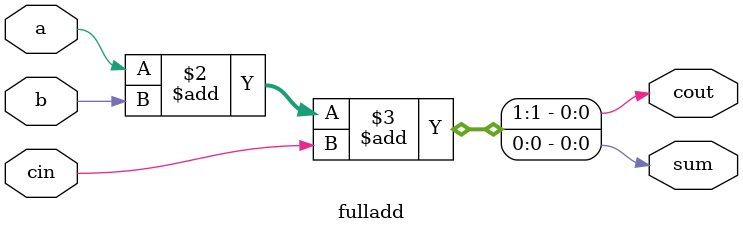
<source format=v>
module fulladd ( input a, b, cin, output reg sum, cout);
	always @ (a or b or cin) begin
		{cout, sum} = a + b + cin;
	end
endmodule
</source>
